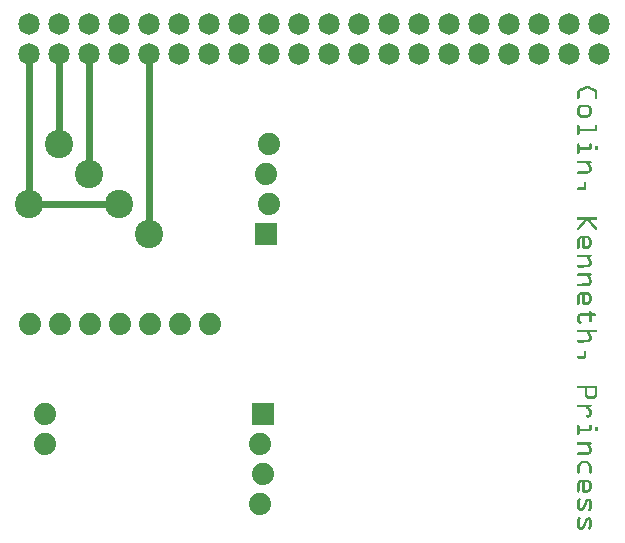
<source format=gtl>
G04 MADE WITH FRITZING*
G04 WWW.FRITZING.ORG*
G04 DOUBLE SIDED*
G04 HOLES PLATED*
G04 CONTOUR ON CENTER OF CONTOUR VECTOR*
%ASAXBY*%
%FSLAX23Y23*%
%MOIN*%
%OFA0B0*%
%SFA1.0B1.0*%
%ADD10C,0.071889*%
%ADD11C,0.071917*%
%ADD12C,0.074000*%
%ADD13C,0.094488*%
%ADD14C,0.024000*%
%ADD15R,0.001000X0.001000*%
%LNCOPPER1*%
G90*
G70*
G54D10*
X64Y1673D03*
X164Y1673D03*
X264Y1673D03*
X364Y1673D03*
G54D11*
X464Y1673D03*
G54D10*
X564Y1673D03*
X664Y1673D03*
X764Y1673D03*
X864Y1673D03*
G54D11*
X964Y1673D03*
G54D10*
X1064Y1673D03*
G54D11*
X1164Y1673D03*
G54D10*
X1264Y1673D03*
X1364Y1673D03*
X1464Y1673D03*
X1564Y1673D03*
G54D11*
X1664Y1673D03*
G54D10*
X1764Y1673D03*
X1864Y1673D03*
X1964Y1673D03*
X1964Y1773D03*
X1864Y1773D03*
X1764Y1773D03*
G54D11*
X1664Y1773D03*
G54D10*
X1564Y1773D03*
X1464Y1773D03*
X1364Y1773D03*
X1264Y1773D03*
G54D11*
X1164Y1773D03*
G54D10*
X1064Y1773D03*
G54D11*
X964Y1773D03*
G54D10*
X864Y1773D03*
X764Y1773D03*
X664Y1773D03*
X564Y1773D03*
G54D11*
X464Y1773D03*
G54D10*
X364Y1773D03*
X264Y1773D03*
X164Y1773D03*
X64Y1773D03*
G54D12*
X116Y474D03*
X466Y774D03*
X566Y774D03*
X666Y774D03*
X66Y774D03*
X166Y774D03*
X266Y774D03*
X366Y774D03*
X116Y374D03*
G54D13*
X464Y1073D03*
X264Y1273D03*
X64Y1173D03*
X164Y1373D03*
G54D12*
X854Y1073D03*
X864Y1173D03*
X854Y1273D03*
X864Y1373D03*
X854Y1073D03*
X864Y1173D03*
X854Y1273D03*
X864Y1373D03*
X845Y473D03*
X835Y373D03*
X845Y273D03*
X835Y173D03*
X845Y473D03*
X835Y373D03*
X845Y273D03*
X835Y173D03*
G54D13*
X364Y1173D03*
G54D14*
X464Y1100D02*
X464Y1640D01*
D02*
X63Y1574D02*
X64Y1640D01*
D02*
X164Y1400D02*
X164Y1640D01*
D02*
X64Y1200D02*
X63Y1574D01*
D02*
X264Y1300D02*
X264Y1640D01*
D02*
X338Y1173D02*
X91Y1173D01*
G54D15*
X1919Y1565D02*
X1930Y1565D01*
X1916Y1564D02*
X1932Y1564D01*
X1914Y1563D02*
X1934Y1563D01*
X1912Y1562D02*
X1936Y1562D01*
X1910Y1561D02*
X1938Y1561D01*
X1908Y1560D02*
X1940Y1560D01*
X1906Y1559D02*
X1942Y1559D01*
X1904Y1558D02*
X1944Y1558D01*
X1902Y1557D02*
X1922Y1557D01*
X1926Y1557D02*
X1946Y1557D01*
X1900Y1556D02*
X1919Y1556D01*
X1930Y1556D02*
X1948Y1556D01*
X1898Y1555D02*
X1917Y1555D01*
X1932Y1555D02*
X1950Y1555D01*
X1897Y1554D02*
X1915Y1554D01*
X1934Y1554D02*
X1952Y1554D01*
X1895Y1553D02*
X1913Y1553D01*
X1936Y1553D02*
X1953Y1553D01*
X1894Y1552D02*
X1911Y1552D01*
X1938Y1552D02*
X1954Y1552D01*
X1894Y1551D02*
X1909Y1551D01*
X1940Y1551D02*
X1955Y1551D01*
X1893Y1550D02*
X1907Y1550D01*
X1942Y1550D02*
X1956Y1550D01*
X1892Y1549D02*
X1905Y1549D01*
X1944Y1549D02*
X1956Y1549D01*
X1892Y1548D02*
X1903Y1548D01*
X1946Y1548D02*
X1957Y1548D01*
X1891Y1547D02*
X1901Y1547D01*
X1947Y1547D02*
X1957Y1547D01*
X1891Y1546D02*
X1900Y1546D01*
X1949Y1546D02*
X1957Y1546D01*
X1891Y1545D02*
X1899Y1545D01*
X1949Y1545D02*
X1957Y1545D01*
X1891Y1544D02*
X1899Y1544D01*
X1950Y1544D02*
X1958Y1544D01*
X1891Y1543D02*
X1899Y1543D01*
X1950Y1543D02*
X1958Y1543D01*
X1891Y1542D02*
X1899Y1542D01*
X1950Y1542D02*
X1958Y1542D01*
X1891Y1541D02*
X1899Y1541D01*
X1950Y1541D02*
X1958Y1541D01*
X1891Y1540D02*
X1899Y1540D01*
X1950Y1540D02*
X1958Y1540D01*
X1891Y1539D02*
X1899Y1539D01*
X1950Y1539D02*
X1958Y1539D01*
X1891Y1538D02*
X1899Y1538D01*
X1950Y1538D02*
X1958Y1538D01*
X1891Y1537D02*
X1899Y1537D01*
X1950Y1537D02*
X1958Y1537D01*
X1891Y1536D02*
X1899Y1536D01*
X1950Y1536D02*
X1958Y1536D01*
X1891Y1535D02*
X1899Y1535D01*
X1950Y1535D02*
X1958Y1535D01*
X1891Y1534D02*
X1899Y1534D01*
X1950Y1534D02*
X1958Y1534D01*
X1891Y1533D02*
X1899Y1533D01*
X1950Y1533D02*
X1958Y1533D01*
X1891Y1532D02*
X1899Y1532D01*
X1950Y1532D02*
X1958Y1532D01*
X1891Y1531D02*
X1899Y1531D01*
X1950Y1531D02*
X1958Y1531D01*
X1891Y1530D02*
X1899Y1530D01*
X1950Y1530D02*
X1958Y1530D01*
X1891Y1529D02*
X1899Y1529D01*
X1950Y1529D02*
X1958Y1529D01*
X1891Y1528D02*
X1899Y1528D01*
X1950Y1528D02*
X1958Y1528D01*
X1891Y1527D02*
X1899Y1527D01*
X1950Y1527D02*
X1958Y1527D01*
X1891Y1526D02*
X1898Y1526D01*
X1950Y1526D02*
X1957Y1526D01*
X1891Y1525D02*
X1898Y1525D01*
X1950Y1525D02*
X1957Y1525D01*
X1892Y1524D02*
X1897Y1524D01*
X1951Y1524D02*
X1956Y1524D01*
X1894Y1523D02*
X1896Y1523D01*
X1953Y1523D02*
X1955Y1523D01*
X1903Y1503D02*
X1927Y1503D01*
X1901Y1502D02*
X1929Y1502D01*
X1899Y1501D02*
X1931Y1501D01*
X1898Y1500D02*
X1932Y1500D01*
X1897Y1499D02*
X1933Y1499D01*
X1896Y1498D02*
X1934Y1498D01*
X1895Y1497D02*
X1935Y1497D01*
X1894Y1496D02*
X1936Y1496D01*
X1893Y1495D02*
X1937Y1495D01*
X1893Y1494D02*
X1903Y1494D01*
X1927Y1494D02*
X1937Y1494D01*
X1892Y1493D02*
X1902Y1493D01*
X1928Y1493D02*
X1938Y1493D01*
X1892Y1492D02*
X1901Y1492D01*
X1929Y1492D02*
X1938Y1492D01*
X1891Y1491D02*
X1900Y1491D01*
X1930Y1491D02*
X1939Y1491D01*
X1891Y1490D02*
X1900Y1490D01*
X1930Y1490D02*
X1939Y1490D01*
X1891Y1489D02*
X1899Y1489D01*
X1931Y1489D02*
X1939Y1489D01*
X1891Y1488D02*
X1899Y1488D01*
X1931Y1488D02*
X1939Y1488D01*
X1891Y1487D02*
X1899Y1487D01*
X1931Y1487D02*
X1939Y1487D01*
X1891Y1486D02*
X1899Y1486D01*
X1931Y1486D02*
X1939Y1486D01*
X1891Y1485D02*
X1899Y1485D01*
X1931Y1485D02*
X1939Y1485D01*
X1891Y1484D02*
X1899Y1484D01*
X1931Y1484D02*
X1939Y1484D01*
X1891Y1483D02*
X1899Y1483D01*
X1931Y1483D02*
X1939Y1483D01*
X1891Y1482D02*
X1899Y1482D01*
X1931Y1482D02*
X1939Y1482D01*
X1891Y1481D02*
X1899Y1481D01*
X1931Y1481D02*
X1939Y1481D01*
X1891Y1480D02*
X1899Y1480D01*
X1931Y1480D02*
X1939Y1480D01*
X1891Y1479D02*
X1899Y1479D01*
X1931Y1479D02*
X1939Y1479D01*
X1891Y1478D02*
X1899Y1478D01*
X1931Y1478D02*
X1939Y1478D01*
X1891Y1477D02*
X1899Y1477D01*
X1931Y1477D02*
X1939Y1477D01*
X1891Y1476D02*
X1899Y1476D01*
X1931Y1476D02*
X1939Y1476D01*
X1891Y1475D02*
X1899Y1475D01*
X1931Y1475D02*
X1939Y1475D01*
X1891Y1474D02*
X1899Y1474D01*
X1931Y1474D02*
X1939Y1474D01*
X1891Y1473D02*
X1900Y1473D01*
X1930Y1473D02*
X1939Y1473D01*
X1892Y1472D02*
X1901Y1472D01*
X1929Y1472D02*
X1938Y1472D01*
X1892Y1471D02*
X1902Y1471D01*
X1928Y1471D02*
X1938Y1471D01*
X1893Y1470D02*
X1903Y1470D01*
X1927Y1470D02*
X1937Y1470D01*
X1893Y1469D02*
X1906Y1469D01*
X1925Y1469D02*
X1937Y1469D01*
X1894Y1468D02*
X1936Y1468D01*
X1895Y1467D02*
X1935Y1467D01*
X1896Y1466D02*
X1934Y1466D01*
X1897Y1465D02*
X1933Y1465D01*
X1898Y1464D02*
X1932Y1464D01*
X1899Y1463D02*
X1931Y1463D01*
X1900Y1462D02*
X1930Y1462D01*
X1902Y1461D02*
X1928Y1461D01*
X1893Y1436D02*
X1896Y1436D01*
X1952Y1436D02*
X1955Y1436D01*
X1892Y1435D02*
X1898Y1435D01*
X1951Y1435D02*
X1957Y1435D01*
X1891Y1434D02*
X1898Y1434D01*
X1950Y1434D02*
X1957Y1434D01*
X1891Y1433D02*
X1898Y1433D01*
X1950Y1433D02*
X1957Y1433D01*
X1891Y1432D02*
X1899Y1432D01*
X1950Y1432D02*
X1958Y1432D01*
X1891Y1431D02*
X1899Y1431D01*
X1950Y1431D02*
X1958Y1431D01*
X1891Y1430D02*
X1899Y1430D01*
X1950Y1430D02*
X1958Y1430D01*
X1891Y1429D02*
X1899Y1429D01*
X1950Y1429D02*
X1958Y1429D01*
X1891Y1428D02*
X1899Y1428D01*
X1950Y1428D02*
X1958Y1428D01*
X1891Y1427D02*
X1899Y1427D01*
X1950Y1427D02*
X1958Y1427D01*
X1891Y1426D02*
X1899Y1426D01*
X1950Y1426D02*
X1958Y1426D01*
X1891Y1425D02*
X1899Y1425D01*
X1950Y1425D02*
X1958Y1425D01*
X1891Y1424D02*
X1899Y1424D01*
X1950Y1424D02*
X1958Y1424D01*
X1891Y1423D02*
X1958Y1423D01*
X1891Y1422D02*
X1958Y1422D01*
X1891Y1421D02*
X1958Y1421D01*
X1891Y1420D02*
X1958Y1420D01*
X1891Y1419D02*
X1957Y1419D01*
X1891Y1418D02*
X1957Y1418D01*
X1891Y1417D02*
X1957Y1417D01*
X1891Y1416D02*
X1956Y1416D01*
X1891Y1415D02*
X1953Y1415D01*
X1891Y1414D02*
X1899Y1414D01*
X1891Y1413D02*
X1899Y1413D01*
X1891Y1412D02*
X1899Y1412D01*
X1891Y1411D02*
X1899Y1411D01*
X1891Y1410D02*
X1899Y1410D01*
X1891Y1409D02*
X1899Y1409D01*
X1891Y1408D02*
X1899Y1408D01*
X1891Y1407D02*
X1899Y1407D01*
X1891Y1406D02*
X1899Y1406D01*
X1891Y1405D02*
X1898Y1405D01*
X1892Y1404D02*
X1898Y1404D01*
X1893Y1403D02*
X1897Y1403D01*
X1894Y1374D02*
X1895Y1374D01*
X1935Y1374D02*
X1936Y1374D01*
X1892Y1373D02*
X1897Y1373D01*
X1933Y1373D02*
X1938Y1373D01*
X1892Y1372D02*
X1898Y1372D01*
X1932Y1372D02*
X1938Y1372D01*
X1891Y1371D02*
X1898Y1371D01*
X1932Y1371D02*
X1939Y1371D01*
X1891Y1370D02*
X1899Y1370D01*
X1931Y1370D02*
X1939Y1370D01*
X1891Y1369D02*
X1899Y1369D01*
X1931Y1369D02*
X1939Y1369D01*
X1891Y1368D02*
X1899Y1368D01*
X1931Y1368D02*
X1939Y1368D01*
X1891Y1367D02*
X1899Y1367D01*
X1931Y1367D02*
X1939Y1367D01*
X1891Y1366D02*
X1899Y1366D01*
X1931Y1366D02*
X1939Y1366D01*
X1891Y1365D02*
X1899Y1365D01*
X1931Y1365D02*
X1939Y1365D01*
X1952Y1365D02*
X1959Y1365D01*
X1891Y1364D02*
X1899Y1364D01*
X1931Y1364D02*
X1939Y1364D01*
X1951Y1364D02*
X1960Y1364D01*
X1891Y1363D02*
X1899Y1363D01*
X1931Y1363D02*
X1939Y1363D01*
X1950Y1363D02*
X1961Y1363D01*
X1891Y1362D02*
X1899Y1362D01*
X1931Y1362D02*
X1939Y1362D01*
X1950Y1362D02*
X1961Y1362D01*
X1891Y1361D02*
X1939Y1361D01*
X1950Y1361D02*
X1961Y1361D01*
X1891Y1360D02*
X1939Y1360D01*
X1950Y1360D02*
X1961Y1360D01*
X1891Y1359D02*
X1939Y1359D01*
X1950Y1359D02*
X1961Y1359D01*
X1891Y1358D02*
X1939Y1358D01*
X1950Y1358D02*
X1961Y1358D01*
X1891Y1357D02*
X1939Y1357D01*
X1950Y1357D02*
X1961Y1357D01*
X1891Y1356D02*
X1939Y1356D01*
X1950Y1356D02*
X1961Y1356D01*
X1891Y1355D02*
X1939Y1355D01*
X1950Y1355D02*
X1961Y1355D01*
X1891Y1354D02*
X1938Y1354D01*
X1951Y1354D02*
X1960Y1354D01*
X1891Y1353D02*
X1937Y1353D01*
X1952Y1353D02*
X1959Y1353D01*
X1891Y1352D02*
X1899Y1352D01*
X1891Y1351D02*
X1899Y1351D01*
X1891Y1350D02*
X1899Y1350D01*
X1891Y1349D02*
X1899Y1349D01*
X1891Y1348D02*
X1899Y1348D01*
X1891Y1347D02*
X1899Y1347D01*
X1891Y1346D02*
X1899Y1346D01*
X1891Y1345D02*
X1899Y1345D01*
X1891Y1344D02*
X1899Y1344D01*
X1891Y1343D02*
X1898Y1343D01*
X1891Y1342D02*
X1898Y1342D01*
X1892Y1341D02*
X1897Y1341D01*
X1894Y1340D02*
X1896Y1340D01*
X1893Y1315D02*
X1937Y1315D01*
X1892Y1314D02*
X1938Y1314D01*
X1891Y1313D02*
X1939Y1313D01*
X1891Y1312D02*
X1939Y1312D01*
X1891Y1311D02*
X1939Y1311D01*
X1891Y1310D02*
X1939Y1310D01*
X1892Y1309D02*
X1938Y1309D01*
X1893Y1308D02*
X1937Y1308D01*
X1922Y1307D02*
X1932Y1307D01*
X1923Y1306D02*
X1933Y1306D01*
X1924Y1305D02*
X1933Y1305D01*
X1924Y1304D02*
X1934Y1304D01*
X1925Y1303D02*
X1934Y1303D01*
X1926Y1302D02*
X1935Y1302D01*
X1926Y1301D02*
X1936Y1301D01*
X1927Y1300D02*
X1936Y1300D01*
X1928Y1299D02*
X1937Y1299D01*
X1928Y1298D02*
X1938Y1298D01*
X1929Y1297D02*
X1938Y1297D01*
X1929Y1296D02*
X1938Y1296D01*
X1930Y1295D02*
X1939Y1295D01*
X1931Y1294D02*
X1939Y1294D01*
X1931Y1293D02*
X1939Y1293D01*
X1931Y1292D02*
X1939Y1292D01*
X1931Y1291D02*
X1939Y1291D01*
X1931Y1290D02*
X1939Y1290D01*
X1931Y1289D02*
X1939Y1289D01*
X1931Y1288D02*
X1939Y1288D01*
X1931Y1287D02*
X1939Y1287D01*
X1931Y1286D02*
X1939Y1286D01*
X1931Y1285D02*
X1939Y1285D01*
X1930Y1284D02*
X1939Y1284D01*
X1929Y1283D02*
X1939Y1283D01*
X1909Y1282D02*
X1938Y1282D01*
X1893Y1281D02*
X1938Y1281D01*
X1892Y1280D02*
X1937Y1280D01*
X1891Y1279D02*
X1936Y1279D01*
X1891Y1278D02*
X1936Y1278D01*
X1891Y1277D02*
X1934Y1277D01*
X1891Y1276D02*
X1933Y1276D01*
X1892Y1275D02*
X1931Y1275D01*
X1892Y1274D02*
X1928Y1274D01*
X1894Y1273D02*
X1900Y1273D01*
X1915Y1244D02*
X1919Y1244D01*
X1914Y1243D02*
X1920Y1243D01*
X1913Y1242D02*
X1920Y1242D01*
X1913Y1241D02*
X1921Y1241D01*
X1913Y1240D02*
X1921Y1240D01*
X1913Y1239D02*
X1921Y1239D01*
X1913Y1238D02*
X1921Y1238D01*
X1913Y1237D02*
X1921Y1237D01*
X1913Y1236D02*
X1921Y1236D01*
X1913Y1235D02*
X1921Y1235D01*
X1913Y1234D02*
X1921Y1234D01*
X1913Y1233D02*
X1921Y1233D01*
X1913Y1232D02*
X1921Y1232D01*
X1913Y1231D02*
X1921Y1231D01*
X1913Y1230D02*
X1921Y1230D01*
X1913Y1229D02*
X1921Y1229D01*
X1913Y1228D02*
X1921Y1228D01*
X1893Y1227D02*
X1921Y1227D01*
X1892Y1226D02*
X1921Y1226D01*
X1891Y1225D02*
X1921Y1225D01*
X1891Y1224D02*
X1921Y1224D01*
X1891Y1223D02*
X1921Y1223D01*
X1891Y1222D02*
X1921Y1222D01*
X1892Y1221D02*
X1920Y1221D01*
X1892Y1220D02*
X1919Y1220D01*
X1895Y1219D02*
X1917Y1219D01*
X1893Y1128D02*
X1955Y1128D01*
X1892Y1127D02*
X1956Y1127D01*
X1891Y1126D02*
X1957Y1126D01*
X1891Y1125D02*
X1957Y1125D01*
X1891Y1124D02*
X1957Y1124D01*
X1891Y1123D02*
X1957Y1123D01*
X1892Y1122D02*
X1957Y1122D01*
X1892Y1121D02*
X1956Y1121D01*
X1894Y1120D02*
X1954Y1120D01*
X1915Y1119D02*
X1934Y1119D01*
X1914Y1118D02*
X1935Y1118D01*
X1913Y1117D02*
X1923Y1117D01*
X1925Y1117D02*
X1936Y1117D01*
X1912Y1116D02*
X1923Y1116D01*
X1926Y1116D02*
X1936Y1116D01*
X1911Y1115D02*
X1922Y1115D01*
X1927Y1115D02*
X1937Y1115D01*
X1910Y1114D02*
X1921Y1114D01*
X1928Y1114D02*
X1938Y1114D01*
X1909Y1113D02*
X1920Y1113D01*
X1928Y1113D02*
X1939Y1113D01*
X1909Y1112D02*
X1919Y1112D01*
X1929Y1112D02*
X1940Y1112D01*
X1908Y1111D02*
X1918Y1111D01*
X1930Y1111D02*
X1941Y1111D01*
X818Y1110D02*
X890Y1110D01*
X1907Y1110D02*
X1917Y1110D01*
X1931Y1110D02*
X1942Y1110D01*
X817Y1109D02*
X890Y1109D01*
X1906Y1109D02*
X1917Y1109D01*
X1932Y1109D02*
X1942Y1109D01*
X817Y1108D02*
X890Y1108D01*
X1905Y1108D02*
X1916Y1108D01*
X1933Y1108D02*
X1943Y1108D01*
X817Y1107D02*
X890Y1107D01*
X1904Y1107D02*
X1915Y1107D01*
X1934Y1107D02*
X1944Y1107D01*
X817Y1106D02*
X890Y1106D01*
X1903Y1106D02*
X1914Y1106D01*
X1934Y1106D02*
X1945Y1106D01*
X817Y1105D02*
X890Y1105D01*
X1903Y1105D02*
X1913Y1105D01*
X1935Y1105D02*
X1946Y1105D01*
X817Y1104D02*
X890Y1104D01*
X1902Y1104D02*
X1912Y1104D01*
X1936Y1104D02*
X1947Y1104D01*
X817Y1103D02*
X890Y1103D01*
X1901Y1103D02*
X1911Y1103D01*
X1937Y1103D02*
X1948Y1103D01*
X817Y1102D02*
X890Y1102D01*
X1900Y1102D02*
X1911Y1102D01*
X1938Y1102D02*
X1948Y1102D01*
X817Y1101D02*
X890Y1101D01*
X1899Y1101D02*
X1910Y1101D01*
X1939Y1101D02*
X1949Y1101D01*
X817Y1100D02*
X890Y1100D01*
X1898Y1100D02*
X1909Y1100D01*
X1940Y1100D02*
X1950Y1100D01*
X817Y1099D02*
X890Y1099D01*
X1897Y1099D02*
X1908Y1099D01*
X1940Y1099D02*
X1951Y1099D01*
X817Y1098D02*
X890Y1098D01*
X1897Y1098D02*
X1907Y1098D01*
X1941Y1098D02*
X1952Y1098D01*
X817Y1097D02*
X890Y1097D01*
X1896Y1097D02*
X1906Y1097D01*
X1942Y1097D02*
X1953Y1097D01*
X817Y1096D02*
X890Y1096D01*
X1895Y1096D02*
X1905Y1096D01*
X1943Y1096D02*
X1954Y1096D01*
X817Y1095D02*
X890Y1095D01*
X1894Y1095D02*
X1905Y1095D01*
X1944Y1095D02*
X1954Y1095D01*
X817Y1094D02*
X890Y1094D01*
X1893Y1094D02*
X1904Y1094D01*
X1945Y1094D02*
X1955Y1094D01*
X817Y1093D02*
X853Y1093D01*
X855Y1093D02*
X890Y1093D01*
X1892Y1093D02*
X1903Y1093D01*
X1946Y1093D02*
X1956Y1093D01*
X817Y1092D02*
X847Y1092D01*
X860Y1092D02*
X890Y1092D01*
X1892Y1092D02*
X1902Y1092D01*
X1946Y1092D02*
X1957Y1092D01*
X817Y1091D02*
X845Y1091D01*
X863Y1091D02*
X890Y1091D01*
X1891Y1091D02*
X1901Y1091D01*
X1947Y1091D02*
X1957Y1091D01*
X817Y1090D02*
X843Y1090D01*
X865Y1090D02*
X890Y1090D01*
X1891Y1090D02*
X1900Y1090D01*
X1948Y1090D02*
X1957Y1090D01*
X817Y1089D02*
X841Y1089D01*
X866Y1089D02*
X890Y1089D01*
X1891Y1089D02*
X1899Y1089D01*
X1949Y1089D02*
X1957Y1089D01*
X817Y1088D02*
X840Y1088D01*
X867Y1088D02*
X890Y1088D01*
X1891Y1088D02*
X1899Y1088D01*
X1950Y1088D02*
X1957Y1088D01*
X817Y1087D02*
X839Y1087D01*
X868Y1087D02*
X890Y1087D01*
X1892Y1087D02*
X1898Y1087D01*
X1951Y1087D02*
X1957Y1087D01*
X817Y1086D02*
X838Y1086D01*
X869Y1086D02*
X890Y1086D01*
X1893Y1086D02*
X1897Y1086D01*
X1952Y1086D02*
X1955Y1086D01*
X817Y1085D02*
X837Y1085D01*
X870Y1085D02*
X890Y1085D01*
X817Y1084D02*
X837Y1084D01*
X871Y1084D02*
X890Y1084D01*
X817Y1083D02*
X836Y1083D01*
X871Y1083D02*
X890Y1083D01*
X817Y1082D02*
X835Y1082D01*
X872Y1082D02*
X890Y1082D01*
X817Y1081D02*
X835Y1081D01*
X873Y1081D02*
X890Y1081D01*
X817Y1080D02*
X835Y1080D01*
X873Y1080D02*
X890Y1080D01*
X817Y1079D02*
X834Y1079D01*
X873Y1079D02*
X890Y1079D01*
X817Y1078D02*
X834Y1078D01*
X873Y1078D02*
X890Y1078D01*
X817Y1077D02*
X834Y1077D01*
X874Y1077D02*
X890Y1077D01*
X817Y1076D02*
X834Y1076D01*
X874Y1076D02*
X890Y1076D01*
X817Y1075D02*
X833Y1075D01*
X874Y1075D02*
X890Y1075D01*
X817Y1074D02*
X833Y1074D01*
X874Y1074D02*
X890Y1074D01*
X817Y1073D02*
X833Y1073D01*
X874Y1073D02*
X890Y1073D01*
X817Y1072D02*
X833Y1072D01*
X874Y1072D02*
X890Y1072D01*
X817Y1071D02*
X833Y1071D01*
X874Y1071D02*
X890Y1071D01*
X817Y1070D02*
X834Y1070D01*
X874Y1070D02*
X890Y1070D01*
X817Y1069D02*
X834Y1069D01*
X874Y1069D02*
X890Y1069D01*
X817Y1068D02*
X834Y1068D01*
X873Y1068D02*
X890Y1068D01*
X817Y1067D02*
X834Y1067D01*
X873Y1067D02*
X890Y1067D01*
X817Y1066D02*
X835Y1066D01*
X873Y1066D02*
X890Y1066D01*
X1906Y1066D02*
X1924Y1066D01*
X817Y1065D02*
X835Y1065D01*
X872Y1065D02*
X890Y1065D01*
X1901Y1065D02*
X1928Y1065D01*
X817Y1064D02*
X835Y1064D01*
X872Y1064D02*
X890Y1064D01*
X1900Y1064D02*
X1930Y1064D01*
X817Y1063D02*
X836Y1063D01*
X871Y1063D02*
X890Y1063D01*
X1898Y1063D02*
X1932Y1063D01*
X817Y1062D02*
X837Y1062D01*
X871Y1062D02*
X890Y1062D01*
X1897Y1062D02*
X1933Y1062D01*
X817Y1061D02*
X837Y1061D01*
X870Y1061D02*
X890Y1061D01*
X1896Y1061D02*
X1934Y1061D01*
X817Y1060D02*
X838Y1060D01*
X869Y1060D02*
X890Y1060D01*
X1895Y1060D02*
X1935Y1060D01*
X817Y1059D02*
X839Y1059D01*
X868Y1059D02*
X890Y1059D01*
X1894Y1059D02*
X1935Y1059D01*
X817Y1058D02*
X840Y1058D01*
X867Y1058D02*
X890Y1058D01*
X1894Y1058D02*
X1936Y1058D01*
X817Y1057D02*
X841Y1057D01*
X866Y1057D02*
X890Y1057D01*
X1893Y1057D02*
X1904Y1057D01*
X1909Y1057D02*
X1917Y1057D01*
X1926Y1057D02*
X1937Y1057D01*
X817Y1056D02*
X843Y1056D01*
X865Y1056D02*
X890Y1056D01*
X1892Y1056D02*
X1903Y1056D01*
X1909Y1056D02*
X1917Y1056D01*
X1927Y1056D02*
X1938Y1056D01*
X817Y1055D02*
X845Y1055D01*
X863Y1055D02*
X890Y1055D01*
X1892Y1055D02*
X1902Y1055D01*
X1909Y1055D02*
X1917Y1055D01*
X1928Y1055D02*
X1938Y1055D01*
X817Y1054D02*
X847Y1054D01*
X860Y1054D02*
X890Y1054D01*
X1892Y1054D02*
X1901Y1054D01*
X1909Y1054D02*
X1917Y1054D01*
X1929Y1054D02*
X1938Y1054D01*
X817Y1053D02*
X890Y1053D01*
X1891Y1053D02*
X1900Y1053D01*
X1909Y1053D02*
X1917Y1053D01*
X1930Y1053D02*
X1939Y1053D01*
X817Y1052D02*
X890Y1052D01*
X1891Y1052D02*
X1899Y1052D01*
X1909Y1052D02*
X1917Y1052D01*
X1931Y1052D02*
X1939Y1052D01*
X817Y1051D02*
X890Y1051D01*
X1891Y1051D02*
X1899Y1051D01*
X1909Y1051D02*
X1917Y1051D01*
X1931Y1051D02*
X1939Y1051D01*
X817Y1050D02*
X890Y1050D01*
X1891Y1050D02*
X1899Y1050D01*
X1909Y1050D02*
X1917Y1050D01*
X1931Y1050D02*
X1939Y1050D01*
X817Y1049D02*
X890Y1049D01*
X1891Y1049D02*
X1899Y1049D01*
X1909Y1049D02*
X1917Y1049D01*
X1931Y1049D02*
X1939Y1049D01*
X817Y1048D02*
X890Y1048D01*
X1891Y1048D02*
X1899Y1048D01*
X1909Y1048D02*
X1917Y1048D01*
X1931Y1048D02*
X1939Y1048D01*
X817Y1047D02*
X890Y1047D01*
X1891Y1047D02*
X1899Y1047D01*
X1909Y1047D02*
X1917Y1047D01*
X1931Y1047D02*
X1939Y1047D01*
X817Y1046D02*
X890Y1046D01*
X1891Y1046D02*
X1899Y1046D01*
X1909Y1046D02*
X1917Y1046D01*
X1931Y1046D02*
X1939Y1046D01*
X817Y1045D02*
X890Y1045D01*
X1891Y1045D02*
X1899Y1045D01*
X1909Y1045D02*
X1917Y1045D01*
X1931Y1045D02*
X1939Y1045D01*
X817Y1044D02*
X890Y1044D01*
X1891Y1044D02*
X1899Y1044D01*
X1909Y1044D02*
X1917Y1044D01*
X1931Y1044D02*
X1939Y1044D01*
X817Y1043D02*
X890Y1043D01*
X1891Y1043D02*
X1899Y1043D01*
X1909Y1043D02*
X1917Y1043D01*
X1931Y1043D02*
X1939Y1043D01*
X817Y1042D02*
X890Y1042D01*
X1891Y1042D02*
X1899Y1042D01*
X1909Y1042D02*
X1917Y1042D01*
X1931Y1042D02*
X1939Y1042D01*
X817Y1041D02*
X890Y1041D01*
X1891Y1041D02*
X1899Y1041D01*
X1909Y1041D02*
X1917Y1041D01*
X1931Y1041D02*
X1939Y1041D01*
X817Y1040D02*
X890Y1040D01*
X1891Y1040D02*
X1899Y1040D01*
X1909Y1040D02*
X1917Y1040D01*
X1931Y1040D02*
X1939Y1040D01*
X817Y1039D02*
X890Y1039D01*
X1891Y1039D02*
X1899Y1039D01*
X1909Y1039D02*
X1917Y1039D01*
X1931Y1039D02*
X1939Y1039D01*
X817Y1038D02*
X890Y1038D01*
X1891Y1038D02*
X1899Y1038D01*
X1909Y1038D02*
X1917Y1038D01*
X1931Y1038D02*
X1939Y1038D01*
X817Y1037D02*
X890Y1037D01*
X1891Y1037D02*
X1899Y1037D01*
X1909Y1037D02*
X1917Y1037D01*
X1931Y1037D02*
X1939Y1037D01*
X1891Y1036D02*
X1899Y1036D01*
X1909Y1036D02*
X1917Y1036D01*
X1930Y1036D02*
X1939Y1036D01*
X1891Y1035D02*
X1899Y1035D01*
X1909Y1035D02*
X1917Y1035D01*
X1930Y1035D02*
X1939Y1035D01*
X1891Y1034D02*
X1899Y1034D01*
X1909Y1034D02*
X1917Y1034D01*
X1929Y1034D02*
X1938Y1034D01*
X1891Y1033D02*
X1899Y1033D01*
X1909Y1033D02*
X1917Y1033D01*
X1928Y1033D02*
X1938Y1033D01*
X1891Y1032D02*
X1899Y1032D01*
X1909Y1032D02*
X1917Y1032D01*
X1926Y1032D02*
X1937Y1032D01*
X1891Y1031D02*
X1899Y1031D01*
X1909Y1031D02*
X1936Y1031D01*
X1891Y1030D02*
X1899Y1030D01*
X1909Y1030D02*
X1936Y1030D01*
X1891Y1029D02*
X1899Y1029D01*
X1909Y1029D02*
X1935Y1029D01*
X1891Y1028D02*
X1899Y1028D01*
X1909Y1028D02*
X1934Y1028D01*
X1891Y1027D02*
X1899Y1027D01*
X1909Y1027D02*
X1933Y1027D01*
X1891Y1026D02*
X1898Y1026D01*
X1909Y1026D02*
X1932Y1026D01*
X1892Y1025D02*
X1898Y1025D01*
X1910Y1025D02*
X1931Y1025D01*
X1892Y1024D02*
X1897Y1024D01*
X1911Y1024D02*
X1929Y1024D01*
X1894Y1023D02*
X1895Y1023D01*
X1913Y1023D02*
X1926Y1023D01*
X1893Y1003D02*
X1937Y1003D01*
X1892Y1002D02*
X1938Y1002D01*
X1891Y1001D02*
X1939Y1001D01*
X1891Y1000D02*
X1939Y1000D01*
X1891Y999D02*
X1939Y999D01*
X1891Y998D02*
X1939Y998D01*
X1892Y997D02*
X1938Y997D01*
X1892Y996D02*
X1938Y996D01*
X1894Y995D02*
X1936Y995D01*
X1923Y994D02*
X1932Y994D01*
X1923Y993D02*
X1933Y993D01*
X1924Y992D02*
X1934Y992D01*
X1925Y991D02*
X1934Y991D01*
X1925Y990D02*
X1935Y990D01*
X1926Y989D02*
X1935Y989D01*
X1927Y988D02*
X1936Y988D01*
X1927Y987D02*
X1937Y987D01*
X1928Y986D02*
X1937Y986D01*
X1929Y985D02*
X1938Y985D01*
X1929Y984D02*
X1938Y984D01*
X1930Y983D02*
X1939Y983D01*
X1930Y982D02*
X1939Y982D01*
X1931Y981D02*
X1939Y981D01*
X1931Y980D02*
X1939Y980D01*
X1931Y979D02*
X1939Y979D01*
X1931Y978D02*
X1939Y978D01*
X1931Y977D02*
X1939Y977D01*
X1931Y976D02*
X1939Y976D01*
X1931Y975D02*
X1939Y975D01*
X1931Y974D02*
X1939Y974D01*
X1931Y973D02*
X1939Y973D01*
X1930Y972D02*
X1939Y972D01*
X1929Y971D02*
X1939Y971D01*
X1921Y970D02*
X1938Y970D01*
X1895Y969D02*
X1938Y969D01*
X1892Y968D02*
X1937Y968D01*
X1892Y967D02*
X1937Y967D01*
X1891Y966D02*
X1936Y966D01*
X1891Y965D02*
X1935Y965D01*
X1891Y964D02*
X1934Y964D01*
X1891Y963D02*
X1932Y963D01*
X1892Y962D02*
X1930Y962D01*
X1893Y961D02*
X1913Y961D01*
X1895Y941D02*
X1935Y941D01*
X1892Y940D02*
X1938Y940D01*
X1892Y939D02*
X1938Y939D01*
X1891Y938D02*
X1939Y938D01*
X1891Y937D02*
X1939Y937D01*
X1891Y936D02*
X1939Y936D01*
X1891Y935D02*
X1939Y935D01*
X1892Y934D02*
X1938Y934D01*
X1893Y933D02*
X1937Y933D01*
X1922Y932D02*
X1932Y932D01*
X1923Y931D02*
X1933Y931D01*
X1924Y930D02*
X1933Y930D01*
X1924Y929D02*
X1934Y929D01*
X1925Y928D02*
X1934Y928D01*
X1926Y927D02*
X1935Y927D01*
X1926Y926D02*
X1936Y926D01*
X1927Y925D02*
X1936Y925D01*
X1928Y924D02*
X1937Y924D01*
X1928Y923D02*
X1938Y923D01*
X1929Y922D02*
X1938Y922D01*
X1930Y921D02*
X1938Y921D01*
X1930Y920D02*
X1939Y920D01*
X1931Y919D02*
X1939Y919D01*
X1931Y918D02*
X1939Y918D01*
X1931Y917D02*
X1939Y917D01*
X1931Y916D02*
X1939Y916D01*
X1931Y915D02*
X1939Y915D01*
X1931Y914D02*
X1939Y914D01*
X1931Y913D02*
X1939Y913D01*
X1931Y912D02*
X1939Y912D01*
X1931Y911D02*
X1939Y911D01*
X1931Y910D02*
X1939Y910D01*
X1930Y909D02*
X1939Y909D01*
X1928Y908D02*
X1939Y908D01*
X1907Y907D02*
X1938Y907D01*
X1893Y906D02*
X1938Y906D01*
X1892Y905D02*
X1937Y905D01*
X1891Y904D02*
X1936Y904D01*
X1891Y903D02*
X1936Y903D01*
X1891Y902D02*
X1934Y902D01*
X1891Y901D02*
X1933Y901D01*
X1892Y900D02*
X1931Y900D01*
X1892Y899D02*
X1927Y899D01*
X1895Y898D02*
X1897Y898D01*
X1903Y878D02*
X1927Y878D01*
X1900Y877D02*
X1929Y877D01*
X1899Y876D02*
X1931Y876D01*
X1898Y875D02*
X1932Y875D01*
X1897Y874D02*
X1933Y874D01*
X1896Y873D02*
X1934Y873D01*
X1895Y872D02*
X1935Y872D01*
X1894Y871D02*
X1936Y871D01*
X1893Y870D02*
X1937Y870D01*
X1893Y869D02*
X1903Y869D01*
X1909Y869D02*
X1917Y869D01*
X1927Y869D02*
X1937Y869D01*
X1892Y868D02*
X1902Y868D01*
X1909Y868D02*
X1917Y868D01*
X1928Y868D02*
X1938Y868D01*
X1892Y867D02*
X1901Y867D01*
X1909Y867D02*
X1917Y867D01*
X1929Y867D02*
X1938Y867D01*
X1891Y866D02*
X1900Y866D01*
X1909Y866D02*
X1917Y866D01*
X1930Y866D02*
X1939Y866D01*
X1891Y865D02*
X1900Y865D01*
X1909Y865D02*
X1917Y865D01*
X1931Y865D02*
X1939Y865D01*
X1891Y864D02*
X1899Y864D01*
X1909Y864D02*
X1917Y864D01*
X1931Y864D02*
X1939Y864D01*
X1891Y863D02*
X1899Y863D01*
X1909Y863D02*
X1917Y863D01*
X1931Y863D02*
X1939Y863D01*
X1891Y862D02*
X1899Y862D01*
X1909Y862D02*
X1917Y862D01*
X1931Y862D02*
X1939Y862D01*
X1891Y861D02*
X1899Y861D01*
X1909Y861D02*
X1917Y861D01*
X1931Y861D02*
X1939Y861D01*
X1891Y860D02*
X1899Y860D01*
X1909Y860D02*
X1917Y860D01*
X1931Y860D02*
X1939Y860D01*
X1891Y859D02*
X1899Y859D01*
X1909Y859D02*
X1917Y859D01*
X1931Y859D02*
X1939Y859D01*
X1891Y858D02*
X1899Y858D01*
X1909Y858D02*
X1917Y858D01*
X1931Y858D02*
X1939Y858D01*
X1891Y857D02*
X1899Y857D01*
X1909Y857D02*
X1917Y857D01*
X1931Y857D02*
X1939Y857D01*
X1891Y856D02*
X1899Y856D01*
X1909Y856D02*
X1917Y856D01*
X1931Y856D02*
X1939Y856D01*
X1891Y855D02*
X1899Y855D01*
X1909Y855D02*
X1917Y855D01*
X1931Y855D02*
X1939Y855D01*
X1891Y854D02*
X1899Y854D01*
X1909Y854D02*
X1917Y854D01*
X1931Y854D02*
X1939Y854D01*
X1891Y853D02*
X1899Y853D01*
X1909Y853D02*
X1917Y853D01*
X1931Y853D02*
X1939Y853D01*
X1891Y852D02*
X1899Y852D01*
X1909Y852D02*
X1917Y852D01*
X1931Y852D02*
X1939Y852D01*
X1891Y851D02*
X1899Y851D01*
X1909Y851D02*
X1917Y851D01*
X1931Y851D02*
X1939Y851D01*
X1891Y850D02*
X1899Y850D01*
X1909Y850D02*
X1917Y850D01*
X1931Y850D02*
X1939Y850D01*
X1891Y849D02*
X1899Y849D01*
X1909Y849D02*
X1917Y849D01*
X1931Y849D02*
X1939Y849D01*
X1891Y848D02*
X1899Y848D01*
X1909Y848D02*
X1917Y848D01*
X1930Y848D02*
X1939Y848D01*
X1891Y847D02*
X1899Y847D01*
X1909Y847D02*
X1917Y847D01*
X1929Y847D02*
X1938Y847D01*
X1891Y846D02*
X1899Y846D01*
X1909Y846D02*
X1917Y846D01*
X1928Y846D02*
X1938Y846D01*
X1891Y845D02*
X1899Y845D01*
X1909Y845D02*
X1917Y845D01*
X1927Y845D02*
X1937Y845D01*
X1891Y844D02*
X1899Y844D01*
X1909Y844D02*
X1937Y844D01*
X1891Y843D02*
X1899Y843D01*
X1909Y843D02*
X1936Y843D01*
X1891Y842D02*
X1899Y842D01*
X1909Y842D02*
X1935Y842D01*
X1891Y841D02*
X1899Y841D01*
X1909Y841D02*
X1934Y841D01*
X1891Y840D02*
X1899Y840D01*
X1909Y840D02*
X1933Y840D01*
X1891Y839D02*
X1898Y839D01*
X1909Y839D02*
X1932Y839D01*
X1891Y838D02*
X1898Y838D01*
X1910Y838D02*
X1931Y838D01*
X1892Y837D02*
X1898Y837D01*
X1910Y837D02*
X1930Y837D01*
X1893Y836D02*
X1896Y836D01*
X1911Y836D02*
X1927Y836D01*
X1935Y816D02*
X1935Y816D01*
X1933Y815D02*
X1938Y815D01*
X1932Y814D02*
X1938Y814D01*
X1932Y813D02*
X1939Y813D01*
X1931Y812D02*
X1939Y812D01*
X1931Y811D02*
X1939Y811D01*
X1931Y810D02*
X1939Y810D01*
X1931Y809D02*
X1939Y809D01*
X1931Y808D02*
X1939Y808D01*
X1901Y807D02*
X1951Y807D01*
X1898Y806D02*
X1953Y806D01*
X1896Y805D02*
X1953Y805D01*
X1895Y804D02*
X1954Y804D01*
X1894Y803D02*
X1954Y803D01*
X1893Y802D02*
X1954Y802D01*
X1893Y801D02*
X1953Y801D01*
X1892Y800D02*
X1952Y800D01*
X1892Y799D02*
X1951Y799D01*
X1891Y798D02*
X1901Y798D01*
X1931Y798D02*
X1939Y798D01*
X1891Y797D02*
X1900Y797D01*
X1931Y797D02*
X1939Y797D01*
X1891Y796D02*
X1899Y796D01*
X1931Y796D02*
X1939Y796D01*
X1891Y795D02*
X1899Y795D01*
X1931Y795D02*
X1939Y795D01*
X1891Y794D02*
X1899Y794D01*
X1931Y794D02*
X1939Y794D01*
X1891Y793D02*
X1899Y793D01*
X1931Y793D02*
X1939Y793D01*
X1891Y792D02*
X1899Y792D01*
X1931Y792D02*
X1939Y792D01*
X1891Y791D02*
X1899Y791D01*
X1931Y791D02*
X1939Y791D01*
X1891Y790D02*
X1899Y790D01*
X1931Y790D02*
X1939Y790D01*
X1891Y789D02*
X1899Y789D01*
X1931Y789D02*
X1939Y789D01*
X1891Y788D02*
X1899Y788D01*
X1931Y788D02*
X1939Y788D01*
X1891Y787D02*
X1899Y787D01*
X1931Y787D02*
X1939Y787D01*
X1891Y786D02*
X1899Y786D01*
X1931Y786D02*
X1939Y786D01*
X1891Y785D02*
X1899Y785D01*
X1931Y785D02*
X1939Y785D01*
X1891Y784D02*
X1899Y784D01*
X1931Y784D02*
X1939Y784D01*
X1891Y783D02*
X1900Y783D01*
X1931Y783D02*
X1939Y783D01*
X1891Y782D02*
X1901Y782D01*
X1931Y782D02*
X1939Y782D01*
X1892Y781D02*
X1904Y781D01*
X1932Y781D02*
X1939Y781D01*
X1892Y780D02*
X1905Y780D01*
X1932Y780D02*
X1939Y780D01*
X1893Y779D02*
X1906Y779D01*
X1932Y779D02*
X1938Y779D01*
X1894Y778D02*
X1906Y778D01*
X1933Y778D02*
X1937Y778D01*
X1895Y777D02*
X1906Y777D01*
X1896Y776D02*
X1906Y776D01*
X1897Y775D02*
X1905Y775D01*
X1899Y774D02*
X1904Y774D01*
X1901Y773D02*
X1902Y773D01*
X1893Y753D02*
X1955Y753D01*
X1892Y752D02*
X1956Y752D01*
X1891Y751D02*
X1957Y751D01*
X1891Y750D02*
X1957Y750D01*
X1891Y749D02*
X1957Y749D01*
X1891Y748D02*
X1957Y748D01*
X1892Y747D02*
X1957Y747D01*
X1892Y746D02*
X1956Y746D01*
X1894Y745D02*
X1954Y745D01*
X1923Y744D02*
X1932Y744D01*
X1923Y743D02*
X1933Y743D01*
X1924Y742D02*
X1934Y742D01*
X1925Y741D02*
X1934Y741D01*
X1925Y740D02*
X1935Y740D01*
X1926Y739D02*
X1935Y739D01*
X1927Y738D02*
X1936Y738D01*
X1927Y737D02*
X1937Y737D01*
X1928Y736D02*
X1937Y736D01*
X1929Y735D02*
X1938Y735D01*
X1929Y734D02*
X1938Y734D01*
X1930Y733D02*
X1939Y733D01*
X1931Y732D02*
X1939Y732D01*
X1931Y731D02*
X1939Y731D01*
X1931Y730D02*
X1939Y730D01*
X1931Y729D02*
X1939Y729D01*
X1931Y728D02*
X1939Y728D01*
X1931Y727D02*
X1939Y727D01*
X1931Y726D02*
X1939Y726D01*
X1931Y725D02*
X1939Y725D01*
X1931Y724D02*
X1939Y724D01*
X1931Y723D02*
X1939Y723D01*
X1930Y722D02*
X1939Y722D01*
X1929Y721D02*
X1939Y721D01*
X1920Y720D02*
X1938Y720D01*
X1894Y719D02*
X1938Y719D01*
X1892Y718D02*
X1937Y718D01*
X1892Y717D02*
X1937Y717D01*
X1891Y716D02*
X1936Y716D01*
X1891Y715D02*
X1935Y715D01*
X1891Y714D02*
X1934Y714D01*
X1891Y713D02*
X1932Y713D01*
X1892Y712D02*
X1930Y712D01*
X1893Y711D02*
X1912Y711D01*
X1915Y682D02*
X1918Y682D01*
X1914Y681D02*
X1920Y681D01*
X1913Y680D02*
X1920Y680D01*
X1913Y679D02*
X1921Y679D01*
X1913Y678D02*
X1921Y678D01*
X1913Y677D02*
X1921Y677D01*
X1913Y676D02*
X1921Y676D01*
X1913Y675D02*
X1921Y675D01*
X1913Y674D02*
X1921Y674D01*
X1913Y673D02*
X1921Y673D01*
X1913Y672D02*
X1921Y672D01*
X1913Y671D02*
X1921Y671D01*
X1913Y670D02*
X1921Y670D01*
X1913Y669D02*
X1921Y669D01*
X1913Y668D02*
X1921Y668D01*
X1913Y667D02*
X1921Y667D01*
X1913Y666D02*
X1921Y666D01*
X1894Y665D02*
X1921Y665D01*
X1892Y664D02*
X1921Y664D01*
X1891Y663D02*
X1921Y663D01*
X1891Y662D02*
X1921Y662D01*
X1891Y661D02*
X1921Y661D01*
X1891Y660D02*
X1921Y660D01*
X1891Y659D02*
X1920Y659D01*
X1892Y658D02*
X1920Y658D01*
X1893Y657D02*
X1918Y657D01*
X1895Y566D02*
X1957Y566D01*
X1892Y565D02*
X1958Y565D01*
X1892Y564D02*
X1958Y564D01*
X1891Y563D02*
X1958Y563D01*
X1891Y562D02*
X1958Y562D01*
X1891Y561D02*
X1958Y561D01*
X1891Y560D02*
X1958Y560D01*
X1892Y559D02*
X1958Y559D01*
X1893Y558D02*
X1958Y558D01*
X1917Y557D02*
X1924Y557D01*
X1950Y557D02*
X1958Y557D01*
X1917Y556D02*
X1924Y556D01*
X1950Y556D02*
X1958Y556D01*
X1917Y555D02*
X1924Y555D01*
X1950Y555D02*
X1958Y555D01*
X1917Y554D02*
X1924Y554D01*
X1950Y554D02*
X1958Y554D01*
X1917Y553D02*
X1924Y553D01*
X1950Y553D02*
X1958Y553D01*
X1917Y552D02*
X1924Y552D01*
X1950Y552D02*
X1958Y552D01*
X1917Y551D02*
X1924Y551D01*
X1950Y551D02*
X1958Y551D01*
X1917Y550D02*
X1924Y550D01*
X1950Y550D02*
X1958Y550D01*
X1917Y549D02*
X1924Y549D01*
X1950Y549D02*
X1958Y549D01*
X1917Y548D02*
X1924Y548D01*
X1950Y548D02*
X1958Y548D01*
X1917Y547D02*
X1924Y547D01*
X1950Y547D02*
X1958Y547D01*
X1917Y546D02*
X1924Y546D01*
X1950Y546D02*
X1958Y546D01*
X1917Y545D02*
X1924Y545D01*
X1950Y545D02*
X1958Y545D01*
X1917Y544D02*
X1924Y544D01*
X1950Y544D02*
X1958Y544D01*
X1917Y543D02*
X1924Y543D01*
X1950Y543D02*
X1958Y543D01*
X1917Y542D02*
X1924Y542D01*
X1950Y542D02*
X1958Y542D01*
X1917Y541D02*
X1924Y541D01*
X1950Y541D02*
X1958Y541D01*
X1917Y540D02*
X1924Y540D01*
X1950Y540D02*
X1958Y540D01*
X1917Y539D02*
X1924Y539D01*
X1950Y539D02*
X1958Y539D01*
X1917Y538D02*
X1924Y538D01*
X1950Y538D02*
X1958Y538D01*
X1917Y537D02*
X1924Y537D01*
X1950Y537D02*
X1958Y537D01*
X1917Y536D02*
X1924Y536D01*
X1950Y536D02*
X1958Y536D01*
X1917Y535D02*
X1925Y535D01*
X1950Y535D02*
X1957Y535D01*
X1917Y534D02*
X1925Y534D01*
X1949Y534D02*
X1957Y534D01*
X1917Y533D02*
X1926Y533D01*
X1948Y533D02*
X1957Y533D01*
X1917Y532D02*
X1927Y532D01*
X1947Y532D02*
X1957Y532D01*
X1918Y531D02*
X1957Y531D01*
X1918Y530D02*
X1956Y530D01*
X1919Y529D02*
X1955Y529D01*
X1920Y528D02*
X1955Y528D01*
X1920Y527D02*
X1954Y527D01*
X1921Y526D02*
X1953Y526D01*
X1923Y525D02*
X1951Y525D01*
X1925Y524D02*
X1950Y524D01*
X1929Y523D02*
X1946Y523D01*
X808Y510D02*
X880Y510D01*
X808Y509D02*
X881Y509D01*
X808Y508D02*
X881Y508D01*
X808Y507D02*
X881Y507D01*
X808Y506D02*
X881Y506D01*
X808Y505D02*
X881Y505D01*
X808Y504D02*
X881Y504D01*
X808Y503D02*
X881Y503D01*
X1893Y503D02*
X1937Y503D01*
X808Y502D02*
X881Y502D01*
X1892Y502D02*
X1938Y502D01*
X808Y501D02*
X881Y501D01*
X1891Y501D02*
X1939Y501D01*
X808Y500D02*
X881Y500D01*
X1891Y500D02*
X1939Y500D01*
X808Y499D02*
X881Y499D01*
X1891Y499D02*
X1939Y499D01*
X808Y498D02*
X881Y498D01*
X1891Y498D02*
X1939Y498D01*
X808Y497D02*
X881Y497D01*
X1892Y497D02*
X1938Y497D01*
X808Y496D02*
X881Y496D01*
X1892Y496D02*
X1938Y496D01*
X808Y495D02*
X881Y495D01*
X1895Y495D02*
X1935Y495D01*
X808Y494D02*
X881Y494D01*
X1920Y494D02*
X1930Y494D01*
X808Y493D02*
X842Y493D01*
X846Y493D02*
X881Y493D01*
X1921Y493D02*
X1931Y493D01*
X808Y492D02*
X837Y492D01*
X851Y492D02*
X881Y492D01*
X1921Y492D02*
X1932Y492D01*
X808Y491D02*
X835Y491D01*
X853Y491D02*
X881Y491D01*
X1922Y491D02*
X1933Y491D01*
X808Y490D02*
X833Y490D01*
X855Y490D02*
X881Y490D01*
X1923Y490D02*
X1934Y490D01*
X808Y489D02*
X831Y489D01*
X857Y489D02*
X881Y489D01*
X1924Y489D02*
X1935Y489D01*
X808Y488D02*
X830Y488D01*
X858Y488D02*
X881Y488D01*
X1925Y488D02*
X1935Y488D01*
X808Y487D02*
X829Y487D01*
X859Y487D02*
X881Y487D01*
X1926Y487D02*
X1936Y487D01*
X808Y486D02*
X828Y486D01*
X860Y486D02*
X881Y486D01*
X1927Y486D02*
X1937Y486D01*
X808Y485D02*
X828Y485D01*
X861Y485D02*
X881Y485D01*
X1927Y485D02*
X1938Y485D01*
X808Y484D02*
X827Y484D01*
X861Y484D02*
X881Y484D01*
X1928Y484D02*
X1939Y484D01*
X808Y483D02*
X826Y483D01*
X862Y483D02*
X881Y483D01*
X1929Y483D02*
X1939Y483D01*
X808Y482D02*
X826Y482D01*
X862Y482D02*
X881Y482D01*
X1930Y482D02*
X1939Y482D01*
X808Y481D02*
X825Y481D01*
X863Y481D02*
X881Y481D01*
X1931Y481D02*
X1939Y481D01*
X808Y480D02*
X825Y480D01*
X863Y480D02*
X881Y480D01*
X1931Y480D02*
X1939Y480D01*
X808Y479D02*
X825Y479D01*
X864Y479D02*
X881Y479D01*
X1931Y479D02*
X1939Y479D01*
X808Y478D02*
X824Y478D01*
X864Y478D02*
X881Y478D01*
X1931Y478D02*
X1939Y478D01*
X808Y477D02*
X824Y477D01*
X864Y477D02*
X881Y477D01*
X1931Y477D02*
X1939Y477D01*
X808Y476D02*
X824Y476D01*
X864Y476D02*
X881Y476D01*
X1931Y476D02*
X1939Y476D01*
X808Y475D02*
X824Y475D01*
X864Y475D02*
X881Y475D01*
X1931Y475D02*
X1939Y475D01*
X808Y474D02*
X824Y474D01*
X864Y474D02*
X881Y474D01*
X1931Y474D02*
X1939Y474D01*
X808Y473D02*
X824Y473D01*
X865Y473D02*
X881Y473D01*
X1931Y473D02*
X1939Y473D01*
X808Y472D02*
X824Y472D01*
X864Y472D02*
X881Y472D01*
X1931Y472D02*
X1939Y472D01*
X808Y471D02*
X824Y471D01*
X864Y471D02*
X881Y471D01*
X1931Y471D02*
X1939Y471D01*
X808Y470D02*
X824Y470D01*
X864Y470D02*
X881Y470D01*
X1929Y470D02*
X1939Y470D01*
X808Y469D02*
X824Y469D01*
X864Y469D02*
X881Y469D01*
X1924Y469D02*
X1938Y469D01*
X808Y468D02*
X824Y468D01*
X864Y468D02*
X881Y468D01*
X1922Y468D02*
X1938Y468D01*
X808Y467D02*
X825Y467D01*
X863Y467D02*
X881Y467D01*
X1921Y467D02*
X1937Y467D01*
X808Y466D02*
X825Y466D01*
X863Y466D02*
X881Y466D01*
X1921Y466D02*
X1937Y466D01*
X808Y465D02*
X825Y465D01*
X863Y465D02*
X881Y465D01*
X1920Y465D02*
X1936Y465D01*
X808Y464D02*
X826Y464D01*
X862Y464D02*
X881Y464D01*
X1921Y464D02*
X1935Y464D01*
X808Y463D02*
X826Y463D01*
X862Y463D02*
X881Y463D01*
X1921Y463D02*
X1934Y463D01*
X808Y462D02*
X827Y462D01*
X861Y462D02*
X881Y462D01*
X1921Y462D02*
X1932Y462D01*
X808Y461D02*
X828Y461D01*
X860Y461D02*
X881Y461D01*
X1923Y461D02*
X1930Y461D01*
X808Y460D02*
X829Y460D01*
X860Y460D02*
X881Y460D01*
X808Y459D02*
X830Y459D01*
X859Y459D02*
X881Y459D01*
X808Y458D02*
X831Y458D01*
X857Y458D02*
X881Y458D01*
X808Y457D02*
X832Y457D01*
X856Y457D02*
X881Y457D01*
X808Y456D02*
X833Y456D01*
X855Y456D02*
X881Y456D01*
X808Y455D02*
X835Y455D01*
X853Y455D02*
X881Y455D01*
X808Y454D02*
X838Y454D01*
X850Y454D02*
X881Y454D01*
X808Y453D02*
X881Y453D01*
X808Y452D02*
X881Y452D01*
X808Y451D02*
X881Y451D01*
X808Y450D02*
X881Y450D01*
X808Y449D02*
X881Y449D01*
X808Y448D02*
X881Y448D01*
X808Y447D02*
X881Y447D01*
X808Y446D02*
X881Y446D01*
X808Y445D02*
X881Y445D01*
X808Y444D02*
X881Y444D01*
X808Y443D02*
X881Y443D01*
X808Y442D02*
X881Y442D01*
X808Y441D02*
X881Y441D01*
X808Y440D02*
X881Y440D01*
X808Y439D02*
X881Y439D01*
X808Y438D02*
X881Y438D01*
X808Y437D02*
X881Y437D01*
X1893Y436D02*
X1897Y436D01*
X1933Y436D02*
X1937Y436D01*
X1892Y435D02*
X1898Y435D01*
X1932Y435D02*
X1938Y435D01*
X1891Y434D02*
X1898Y434D01*
X1932Y434D02*
X1939Y434D01*
X1891Y433D02*
X1899Y433D01*
X1931Y433D02*
X1939Y433D01*
X1891Y432D02*
X1899Y432D01*
X1931Y432D02*
X1939Y432D01*
X1891Y431D02*
X1899Y431D01*
X1931Y431D02*
X1939Y431D01*
X1891Y430D02*
X1899Y430D01*
X1931Y430D02*
X1939Y430D01*
X1891Y429D02*
X1899Y429D01*
X1931Y429D02*
X1939Y429D01*
X1891Y428D02*
X1899Y428D01*
X1931Y428D02*
X1939Y428D01*
X1953Y428D02*
X1958Y428D01*
X1891Y427D02*
X1899Y427D01*
X1931Y427D02*
X1939Y427D01*
X1951Y427D02*
X1960Y427D01*
X1891Y426D02*
X1899Y426D01*
X1931Y426D02*
X1939Y426D01*
X1950Y426D02*
X1961Y426D01*
X1891Y425D02*
X1899Y425D01*
X1931Y425D02*
X1939Y425D01*
X1950Y425D02*
X1961Y425D01*
X1891Y424D02*
X1899Y424D01*
X1931Y424D02*
X1939Y424D01*
X1950Y424D02*
X1961Y424D01*
X1891Y423D02*
X1939Y423D01*
X1950Y423D02*
X1961Y423D01*
X1891Y422D02*
X1939Y422D01*
X1950Y422D02*
X1961Y422D01*
X1891Y421D02*
X1939Y421D01*
X1950Y421D02*
X1961Y421D01*
X1891Y420D02*
X1939Y420D01*
X1950Y420D02*
X1961Y420D01*
X1891Y419D02*
X1939Y419D01*
X1950Y419D02*
X1961Y419D01*
X1891Y418D02*
X1939Y418D01*
X1950Y418D02*
X1961Y418D01*
X1891Y417D02*
X1938Y417D01*
X1951Y417D02*
X1960Y417D01*
X1891Y416D02*
X1937Y416D01*
X1952Y416D02*
X1959Y416D01*
X1891Y415D02*
X1899Y415D01*
X1891Y414D02*
X1899Y414D01*
X1891Y413D02*
X1899Y413D01*
X1891Y412D02*
X1899Y412D01*
X1891Y411D02*
X1899Y411D01*
X1891Y410D02*
X1899Y410D01*
X1891Y409D02*
X1899Y409D01*
X1891Y408D02*
X1899Y408D01*
X1891Y407D02*
X1899Y407D01*
X1891Y406D02*
X1898Y406D01*
X1891Y405D02*
X1898Y405D01*
X1892Y404D02*
X1898Y404D01*
X1893Y403D02*
X1897Y403D01*
X1893Y378D02*
X1937Y378D01*
X1892Y377D02*
X1938Y377D01*
X1891Y376D02*
X1939Y376D01*
X1891Y375D02*
X1939Y375D01*
X1891Y374D02*
X1939Y374D01*
X1891Y373D02*
X1939Y373D01*
X1892Y372D02*
X1938Y372D01*
X1892Y371D02*
X1938Y371D01*
X1895Y370D02*
X1935Y370D01*
X1923Y369D02*
X1932Y369D01*
X1923Y368D02*
X1933Y368D01*
X1924Y367D02*
X1934Y367D01*
X1925Y366D02*
X1934Y366D01*
X1925Y365D02*
X1935Y365D01*
X1926Y364D02*
X1936Y364D01*
X1927Y363D02*
X1936Y363D01*
X1927Y362D02*
X1937Y362D01*
X1928Y361D02*
X1937Y361D01*
X1929Y360D02*
X1938Y360D01*
X1929Y359D02*
X1938Y359D01*
X1930Y358D02*
X1939Y358D01*
X1931Y357D02*
X1939Y357D01*
X1931Y356D02*
X1939Y356D01*
X1931Y355D02*
X1939Y355D01*
X1931Y354D02*
X1939Y354D01*
X1931Y353D02*
X1939Y353D01*
X1931Y352D02*
X1939Y352D01*
X1931Y351D02*
X1939Y351D01*
X1931Y350D02*
X1939Y350D01*
X1931Y349D02*
X1939Y349D01*
X1931Y348D02*
X1939Y348D01*
X1930Y347D02*
X1939Y347D01*
X1929Y346D02*
X1939Y346D01*
X1918Y345D02*
X1938Y345D01*
X1894Y344D02*
X1938Y344D01*
X1892Y343D02*
X1937Y343D01*
X1892Y342D02*
X1937Y342D01*
X1891Y341D02*
X1936Y341D01*
X1891Y340D02*
X1935Y340D01*
X1891Y339D02*
X1934Y339D01*
X1891Y338D02*
X1932Y338D01*
X1892Y337D02*
X1929Y337D01*
X1893Y336D02*
X1909Y336D01*
X1908Y316D02*
X1922Y316D01*
X1905Y315D02*
X1925Y315D01*
X1903Y314D02*
X1927Y314D01*
X1902Y313D02*
X1928Y313D01*
X1901Y312D02*
X1929Y312D01*
X1900Y311D02*
X1930Y311D01*
X1899Y310D02*
X1931Y310D01*
X1898Y309D02*
X1932Y309D01*
X1897Y308D02*
X1933Y308D01*
X1896Y307D02*
X1908Y307D01*
X1923Y307D02*
X1934Y307D01*
X1896Y306D02*
X1906Y306D01*
X1924Y306D02*
X1935Y306D01*
X1895Y305D02*
X1905Y305D01*
X1925Y305D02*
X1936Y305D01*
X1894Y304D02*
X1904Y304D01*
X1926Y304D02*
X1936Y304D01*
X1893Y303D02*
X1904Y303D01*
X1926Y303D02*
X1937Y303D01*
X1892Y302D02*
X1903Y302D01*
X1927Y302D02*
X1938Y302D01*
X1892Y301D02*
X1902Y301D01*
X1928Y301D02*
X1938Y301D01*
X1892Y300D02*
X1901Y300D01*
X1929Y300D02*
X1938Y300D01*
X1891Y299D02*
X1900Y299D01*
X1930Y299D02*
X1939Y299D01*
X1891Y298D02*
X1899Y298D01*
X1931Y298D02*
X1939Y298D01*
X1891Y297D02*
X1899Y297D01*
X1931Y297D02*
X1939Y297D01*
X1891Y296D02*
X1899Y296D01*
X1931Y296D02*
X1939Y296D01*
X1891Y295D02*
X1899Y295D01*
X1931Y295D02*
X1939Y295D01*
X1891Y294D02*
X1899Y294D01*
X1931Y294D02*
X1939Y294D01*
X1891Y293D02*
X1899Y293D01*
X1931Y293D02*
X1939Y293D01*
X1891Y292D02*
X1899Y292D01*
X1931Y292D02*
X1939Y292D01*
X1891Y291D02*
X1899Y291D01*
X1931Y291D02*
X1939Y291D01*
X1891Y290D02*
X1899Y290D01*
X1931Y290D02*
X1939Y290D01*
X1891Y289D02*
X1899Y289D01*
X1931Y289D02*
X1939Y289D01*
X1891Y288D02*
X1899Y288D01*
X1931Y288D02*
X1939Y288D01*
X1891Y287D02*
X1899Y287D01*
X1931Y287D02*
X1939Y287D01*
X1891Y286D02*
X1899Y286D01*
X1931Y286D02*
X1939Y286D01*
X1891Y285D02*
X1899Y285D01*
X1931Y285D02*
X1939Y285D01*
X1891Y284D02*
X1899Y284D01*
X1931Y284D02*
X1939Y284D01*
X1891Y283D02*
X1899Y283D01*
X1931Y283D02*
X1939Y283D01*
X1891Y282D02*
X1899Y282D01*
X1931Y282D02*
X1939Y282D01*
X1891Y281D02*
X1899Y281D01*
X1931Y281D02*
X1939Y281D01*
X1891Y280D02*
X1899Y280D01*
X1931Y280D02*
X1939Y280D01*
X1891Y279D02*
X1899Y279D01*
X1931Y279D02*
X1939Y279D01*
X1891Y278D02*
X1899Y278D01*
X1931Y278D02*
X1939Y278D01*
X1891Y277D02*
X1899Y277D01*
X1931Y277D02*
X1939Y277D01*
X1891Y276D02*
X1898Y276D01*
X1932Y276D02*
X1939Y276D01*
X1892Y275D02*
X1898Y275D01*
X1932Y275D02*
X1938Y275D01*
X1893Y274D02*
X1897Y274D01*
X1933Y274D02*
X1937Y274D01*
X1902Y253D02*
X1927Y253D01*
X1900Y252D02*
X1930Y252D01*
X1899Y251D02*
X1931Y251D01*
X1898Y250D02*
X1932Y250D01*
X1897Y249D02*
X1933Y249D01*
X1896Y248D02*
X1934Y248D01*
X1895Y247D02*
X1935Y247D01*
X1894Y246D02*
X1936Y246D01*
X1893Y245D02*
X1937Y245D01*
X1893Y244D02*
X1903Y244D01*
X1909Y244D02*
X1917Y244D01*
X1927Y244D02*
X1937Y244D01*
X1892Y243D02*
X1902Y243D01*
X1909Y243D02*
X1917Y243D01*
X1928Y243D02*
X1938Y243D01*
X1892Y242D02*
X1901Y242D01*
X1909Y242D02*
X1917Y242D01*
X1929Y242D02*
X1938Y242D01*
X1891Y241D02*
X1900Y241D01*
X1909Y241D02*
X1917Y241D01*
X1930Y241D02*
X1939Y241D01*
X1891Y240D02*
X1899Y240D01*
X1909Y240D02*
X1917Y240D01*
X1931Y240D02*
X1939Y240D01*
X1891Y239D02*
X1899Y239D01*
X1909Y239D02*
X1917Y239D01*
X1931Y239D02*
X1939Y239D01*
X1891Y238D02*
X1899Y238D01*
X1909Y238D02*
X1917Y238D01*
X1931Y238D02*
X1939Y238D01*
X1891Y237D02*
X1899Y237D01*
X1909Y237D02*
X1917Y237D01*
X1931Y237D02*
X1939Y237D01*
X1891Y236D02*
X1899Y236D01*
X1909Y236D02*
X1917Y236D01*
X1931Y236D02*
X1939Y236D01*
X1891Y235D02*
X1899Y235D01*
X1909Y235D02*
X1917Y235D01*
X1931Y235D02*
X1939Y235D01*
X1891Y234D02*
X1899Y234D01*
X1909Y234D02*
X1917Y234D01*
X1931Y234D02*
X1939Y234D01*
X1891Y233D02*
X1899Y233D01*
X1909Y233D02*
X1917Y233D01*
X1931Y233D02*
X1939Y233D01*
X1891Y232D02*
X1899Y232D01*
X1909Y232D02*
X1917Y232D01*
X1931Y232D02*
X1939Y232D01*
X1891Y231D02*
X1899Y231D01*
X1909Y231D02*
X1917Y231D01*
X1931Y231D02*
X1939Y231D01*
X1891Y230D02*
X1899Y230D01*
X1909Y230D02*
X1917Y230D01*
X1931Y230D02*
X1939Y230D01*
X1891Y229D02*
X1899Y229D01*
X1909Y229D02*
X1917Y229D01*
X1931Y229D02*
X1939Y229D01*
X1891Y228D02*
X1899Y228D01*
X1909Y228D02*
X1917Y228D01*
X1931Y228D02*
X1939Y228D01*
X1891Y227D02*
X1899Y227D01*
X1909Y227D02*
X1917Y227D01*
X1931Y227D02*
X1939Y227D01*
X1891Y226D02*
X1899Y226D01*
X1909Y226D02*
X1917Y226D01*
X1931Y226D02*
X1939Y226D01*
X1891Y225D02*
X1899Y225D01*
X1909Y225D02*
X1917Y225D01*
X1931Y225D02*
X1939Y225D01*
X1891Y224D02*
X1899Y224D01*
X1909Y224D02*
X1917Y224D01*
X1931Y224D02*
X1939Y224D01*
X1891Y223D02*
X1899Y223D01*
X1909Y223D02*
X1917Y223D01*
X1930Y223D02*
X1939Y223D01*
X1891Y222D02*
X1899Y222D01*
X1909Y222D02*
X1917Y222D01*
X1929Y222D02*
X1938Y222D01*
X1891Y221D02*
X1899Y221D01*
X1909Y221D02*
X1917Y221D01*
X1928Y221D02*
X1938Y221D01*
X1891Y220D02*
X1899Y220D01*
X1909Y220D02*
X1917Y220D01*
X1927Y220D02*
X1937Y220D01*
X1891Y219D02*
X1899Y219D01*
X1909Y219D02*
X1937Y219D01*
X1891Y218D02*
X1899Y218D01*
X1909Y218D02*
X1936Y218D01*
X1891Y217D02*
X1899Y217D01*
X1909Y217D02*
X1935Y217D01*
X1891Y216D02*
X1899Y216D01*
X1909Y216D02*
X1934Y216D01*
X1891Y215D02*
X1899Y215D01*
X1909Y215D02*
X1933Y215D01*
X1891Y214D02*
X1898Y214D01*
X1909Y214D02*
X1932Y214D01*
X1891Y213D02*
X1898Y213D01*
X1910Y213D02*
X1931Y213D01*
X1892Y212D02*
X1897Y212D01*
X1910Y212D02*
X1930Y212D01*
X1893Y211D02*
X1896Y211D01*
X1912Y211D02*
X1927Y211D01*
X1898Y191D02*
X1899Y191D01*
X1896Y190D02*
X1901Y190D01*
X1928Y190D02*
X1930Y190D01*
X1895Y189D02*
X1902Y189D01*
X1924Y189D02*
X1933Y189D01*
X1894Y188D02*
X1902Y188D01*
X1923Y188D02*
X1935Y188D01*
X1894Y187D02*
X1902Y187D01*
X1921Y187D02*
X1936Y187D01*
X1893Y186D02*
X1902Y186D01*
X1920Y186D02*
X1937Y186D01*
X1893Y185D02*
X1902Y185D01*
X1920Y185D02*
X1937Y185D01*
X1892Y184D02*
X1901Y184D01*
X1919Y184D02*
X1938Y184D01*
X1892Y183D02*
X1901Y183D01*
X1919Y183D02*
X1938Y183D01*
X1891Y182D02*
X1900Y182D01*
X1918Y182D02*
X1939Y182D01*
X1891Y181D02*
X1899Y181D01*
X1918Y181D02*
X1927Y181D01*
X1930Y181D02*
X1939Y181D01*
X1891Y180D02*
X1899Y180D01*
X1917Y180D02*
X1926Y180D01*
X1931Y180D02*
X1939Y180D01*
X1891Y179D02*
X1899Y179D01*
X1917Y179D02*
X1925Y179D01*
X1931Y179D02*
X1939Y179D01*
X1891Y178D02*
X1899Y178D01*
X1916Y178D02*
X1925Y178D01*
X1931Y178D02*
X1939Y178D01*
X1891Y177D02*
X1899Y177D01*
X1916Y177D02*
X1924Y177D01*
X1931Y177D02*
X1939Y177D01*
X1891Y176D02*
X1899Y176D01*
X1916Y176D02*
X1924Y176D01*
X1931Y176D02*
X1939Y176D01*
X1891Y175D02*
X1899Y175D01*
X1915Y175D02*
X1924Y175D01*
X1931Y175D02*
X1939Y175D01*
X1891Y174D02*
X1899Y174D01*
X1915Y174D02*
X1923Y174D01*
X1931Y174D02*
X1939Y174D01*
X1891Y173D02*
X1899Y173D01*
X1914Y173D02*
X1923Y173D01*
X1931Y173D02*
X1939Y173D01*
X1891Y172D02*
X1899Y172D01*
X1914Y172D02*
X1922Y172D01*
X1931Y172D02*
X1939Y172D01*
X1891Y171D02*
X1899Y171D01*
X1913Y171D02*
X1922Y171D01*
X1931Y171D02*
X1939Y171D01*
X1891Y170D02*
X1899Y170D01*
X1913Y170D02*
X1921Y170D01*
X1931Y170D02*
X1939Y170D01*
X1891Y169D02*
X1899Y169D01*
X1912Y169D02*
X1921Y169D01*
X1931Y169D02*
X1939Y169D01*
X1891Y168D02*
X1899Y168D01*
X1912Y168D02*
X1921Y168D01*
X1931Y168D02*
X1939Y168D01*
X1891Y167D02*
X1899Y167D01*
X1912Y167D02*
X1920Y167D01*
X1931Y167D02*
X1939Y167D01*
X1891Y166D02*
X1899Y166D01*
X1911Y166D02*
X1920Y166D01*
X1931Y166D02*
X1939Y166D01*
X1891Y165D02*
X1899Y165D01*
X1911Y165D02*
X1919Y165D01*
X1931Y165D02*
X1939Y165D01*
X1891Y164D02*
X1899Y164D01*
X1910Y164D02*
X1919Y164D01*
X1931Y164D02*
X1939Y164D01*
X1891Y163D02*
X1899Y163D01*
X1910Y163D02*
X1918Y163D01*
X1931Y163D02*
X1939Y163D01*
X1891Y162D02*
X1899Y162D01*
X1909Y162D02*
X1918Y162D01*
X1931Y162D02*
X1939Y162D01*
X1891Y161D02*
X1899Y161D01*
X1909Y161D02*
X1918Y161D01*
X1931Y161D02*
X1939Y161D01*
X1891Y160D02*
X1899Y160D01*
X1909Y160D02*
X1917Y160D01*
X1931Y160D02*
X1939Y160D01*
X1891Y159D02*
X1899Y159D01*
X1908Y159D02*
X1917Y159D01*
X1931Y159D02*
X1939Y159D01*
X1891Y158D02*
X1900Y158D01*
X1907Y158D02*
X1916Y158D01*
X1930Y158D02*
X1939Y158D01*
X1892Y157D02*
X1916Y157D01*
X1930Y157D02*
X1939Y157D01*
X1892Y156D02*
X1915Y156D01*
X1929Y156D02*
X1938Y156D01*
X1893Y155D02*
X1915Y155D01*
X1928Y155D02*
X1938Y155D01*
X1893Y154D02*
X1914Y154D01*
X1928Y154D02*
X1937Y154D01*
X1894Y153D02*
X1913Y153D01*
X1928Y153D02*
X1937Y153D01*
X1895Y152D02*
X1912Y152D01*
X1928Y152D02*
X1936Y152D01*
X1896Y151D02*
X1911Y151D01*
X1928Y151D02*
X1935Y151D01*
X1897Y150D02*
X1910Y150D01*
X1929Y150D02*
X1934Y150D01*
X1899Y149D02*
X1908Y149D01*
X1932Y149D02*
X1932Y149D01*
X1897Y128D02*
X1900Y128D01*
X1895Y127D02*
X1901Y127D01*
X1926Y127D02*
X1932Y127D01*
X1895Y126D02*
X1902Y126D01*
X1923Y126D02*
X1934Y126D01*
X1894Y125D02*
X1902Y125D01*
X1922Y125D02*
X1935Y125D01*
X1893Y124D02*
X1902Y124D01*
X1921Y124D02*
X1936Y124D01*
X1893Y123D02*
X1902Y123D01*
X1920Y123D02*
X1937Y123D01*
X1892Y122D02*
X1901Y122D01*
X1919Y122D02*
X1938Y122D01*
X1892Y121D02*
X1901Y121D01*
X1919Y121D02*
X1938Y121D01*
X1892Y120D02*
X1900Y120D01*
X1918Y120D02*
X1939Y120D01*
X1891Y119D02*
X1900Y119D01*
X1918Y119D02*
X1939Y119D01*
X1891Y118D02*
X1899Y118D01*
X1917Y118D02*
X1926Y118D01*
X1931Y118D02*
X1939Y118D01*
X1891Y117D02*
X1899Y117D01*
X1917Y117D02*
X1926Y117D01*
X1931Y117D02*
X1939Y117D01*
X1891Y116D02*
X1899Y116D01*
X1917Y116D02*
X1925Y116D01*
X1931Y116D02*
X1939Y116D01*
X1891Y115D02*
X1899Y115D01*
X1916Y115D02*
X1925Y115D01*
X1931Y115D02*
X1939Y115D01*
X1891Y114D02*
X1899Y114D01*
X1916Y114D02*
X1924Y114D01*
X1931Y114D02*
X1939Y114D01*
X1891Y113D02*
X1899Y113D01*
X1915Y113D02*
X1924Y113D01*
X1931Y113D02*
X1939Y113D01*
X1891Y112D02*
X1899Y112D01*
X1915Y112D02*
X1923Y112D01*
X1931Y112D02*
X1939Y112D01*
X1891Y111D02*
X1899Y111D01*
X1914Y111D02*
X1923Y111D01*
X1931Y111D02*
X1939Y111D01*
X1891Y110D02*
X1899Y110D01*
X1914Y110D02*
X1923Y110D01*
X1931Y110D02*
X1939Y110D01*
X1891Y109D02*
X1899Y109D01*
X1914Y109D02*
X1922Y109D01*
X1931Y109D02*
X1939Y109D01*
X1891Y108D02*
X1899Y108D01*
X1913Y108D02*
X1922Y108D01*
X1931Y108D02*
X1939Y108D01*
X1891Y107D02*
X1899Y107D01*
X1913Y107D02*
X1921Y107D01*
X1931Y107D02*
X1939Y107D01*
X1891Y106D02*
X1899Y106D01*
X1912Y106D02*
X1921Y106D01*
X1931Y106D02*
X1939Y106D01*
X1891Y105D02*
X1899Y105D01*
X1912Y105D02*
X1920Y105D01*
X1931Y105D02*
X1939Y105D01*
X1891Y104D02*
X1899Y104D01*
X1911Y104D02*
X1920Y104D01*
X1931Y104D02*
X1939Y104D01*
X1891Y103D02*
X1899Y103D01*
X1911Y103D02*
X1919Y103D01*
X1931Y103D02*
X1939Y103D01*
X1891Y102D02*
X1899Y102D01*
X1911Y102D02*
X1919Y102D01*
X1931Y102D02*
X1939Y102D01*
X1891Y101D02*
X1899Y101D01*
X1910Y101D02*
X1919Y101D01*
X1931Y101D02*
X1939Y101D01*
X1891Y100D02*
X1899Y100D01*
X1910Y100D02*
X1918Y100D01*
X1931Y100D02*
X1939Y100D01*
X1891Y99D02*
X1899Y99D01*
X1909Y99D02*
X1918Y99D01*
X1931Y99D02*
X1939Y99D01*
X1891Y98D02*
X1899Y98D01*
X1909Y98D02*
X1917Y98D01*
X1931Y98D02*
X1939Y98D01*
X1891Y97D02*
X1899Y97D01*
X1908Y97D02*
X1917Y97D01*
X1931Y97D02*
X1939Y97D01*
X1891Y96D02*
X1900Y96D01*
X1908Y96D02*
X1916Y96D01*
X1931Y96D02*
X1939Y96D01*
X1891Y95D02*
X1901Y95D01*
X1906Y95D02*
X1916Y95D01*
X1930Y95D02*
X1939Y95D01*
X1892Y94D02*
X1916Y94D01*
X1929Y94D02*
X1938Y94D01*
X1892Y93D02*
X1915Y93D01*
X1928Y93D02*
X1938Y93D01*
X1893Y92D02*
X1915Y92D01*
X1928Y92D02*
X1938Y92D01*
X1894Y91D02*
X1914Y91D01*
X1928Y91D02*
X1937Y91D01*
X1894Y90D02*
X1913Y90D01*
X1928Y90D02*
X1936Y90D01*
X1895Y89D02*
X1912Y89D01*
X1928Y89D02*
X1936Y89D01*
X1897Y88D02*
X1911Y88D01*
X1929Y88D02*
X1934Y88D01*
X1898Y87D02*
X1909Y87D01*
X1930Y87D02*
X1933Y87D01*
X1901Y86D02*
X1906Y86D01*
D02*
G04 End of Copper1*
M02*
</source>
